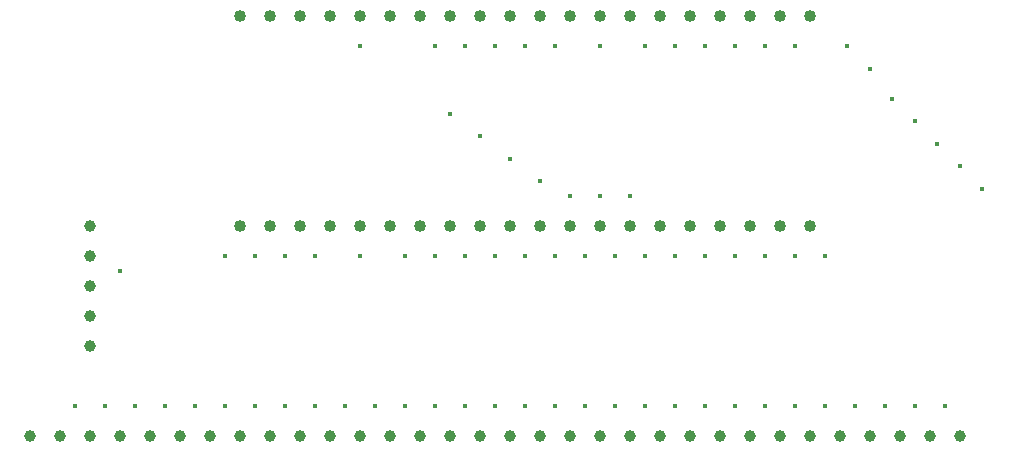
<source format=gbr>
%TF.GenerationSoftware,KiCad,Pcbnew,7.0.5*%
%TF.CreationDate,2023-08-13T15:56:06+02:00*%
%TF.ProjectId,Sorbus-Chipset-PurplePico,536f7262-7573-42d4-9368-69707365742d,rev?*%
%TF.SameCoordinates,Original*%
%TF.FileFunction,Plated,1,2,PTH,Drill*%
%TF.FilePolarity,Positive*%
%FSLAX46Y46*%
G04 Gerber Fmt 4.6, Leading zero omitted, Abs format (unit mm)*
G04 Created by KiCad (PCBNEW 7.0.5) date 2023-08-13 15:56:06*
%MOMM*%
%LPD*%
G01*
G04 APERTURE LIST*
%TA.AperFunction,ViaDrill*%
%ADD10C,0.400000*%
%TD*%
%TA.AperFunction,ComponentDrill*%
%ADD11C,1.000000*%
%TD*%
%TA.AperFunction,ComponentDrill*%
%ADD12C,1.020000*%
%TD*%
G04 APERTURE END LIST*
D10*
X31750000Y-60960000D03*
X34290000Y-60960000D03*
X35560000Y-49530000D03*
X36830000Y-60960000D03*
X39370000Y-60960000D03*
X41910000Y-60960000D03*
X44450000Y-48260000D03*
X44450000Y-60960000D03*
X46990000Y-48260000D03*
X46990000Y-60960000D03*
X49530000Y-48260000D03*
X49530000Y-60960000D03*
X52070000Y-48260000D03*
X52070000Y-60960000D03*
X54610000Y-60960000D03*
X55880000Y-30480000D03*
X55880000Y-48260000D03*
X57150000Y-60960000D03*
X59690000Y-48260000D03*
X59690000Y-60960000D03*
X62230000Y-30480000D03*
X62230000Y-48260000D03*
X62230000Y-60960000D03*
X63500000Y-36195000D03*
X64770000Y-30480000D03*
X64770000Y-48260000D03*
X64770000Y-60960000D03*
X66040000Y-38100000D03*
X67310000Y-30480000D03*
X67310000Y-48260000D03*
X67310000Y-60960000D03*
X68580000Y-40005000D03*
X69850000Y-30480000D03*
X69850000Y-48260000D03*
X69850000Y-60960000D03*
X71120000Y-41910000D03*
X72390000Y-30480000D03*
X72390000Y-48260000D03*
X72390000Y-60960000D03*
X73660000Y-43180000D03*
X74930000Y-48260000D03*
X74930000Y-60960000D03*
X76200000Y-30480000D03*
X76200000Y-43180000D03*
X77470000Y-48260000D03*
X77470000Y-60960000D03*
X78740000Y-43180000D03*
X80010000Y-30480000D03*
X80010000Y-48260000D03*
X80010000Y-60960000D03*
X82550000Y-30480000D03*
X82550000Y-48260000D03*
X82550000Y-60960000D03*
X85090000Y-30480000D03*
X85090000Y-48260000D03*
X85090000Y-60960000D03*
X87630000Y-30480000D03*
X87630000Y-48260000D03*
X87630000Y-60960000D03*
X90170000Y-30480000D03*
X90170000Y-48260000D03*
X90170000Y-60960000D03*
X92710000Y-30480000D03*
X92710000Y-48260000D03*
X92710000Y-60960000D03*
X95250000Y-48260000D03*
X95250000Y-60960000D03*
X97155000Y-30480000D03*
X97790000Y-60960000D03*
X99060000Y-32385000D03*
X100330000Y-60960000D03*
X100965000Y-34925000D03*
X102870000Y-36830000D03*
X102870000Y-60960000D03*
X104775000Y-38735000D03*
X105410000Y-60960000D03*
X106680000Y-40640000D03*
X108585000Y-42545000D03*
D11*
%TO.C,J1*%
X27940000Y-63500000D03*
X30480000Y-63500000D03*
%TO.C,J2*%
X33020000Y-45720000D03*
X33020000Y-48260000D03*
X33020000Y-50800000D03*
X33020000Y-53340000D03*
X33020000Y-55880000D03*
%TO.C,J1*%
X33020000Y-63500000D03*
X35560000Y-63500000D03*
X38100000Y-63500000D03*
X40640000Y-63500000D03*
X43180000Y-63500000D03*
X45720000Y-63500000D03*
X48260000Y-63500000D03*
X50800000Y-63500000D03*
X53340000Y-63500000D03*
X55880000Y-63500000D03*
X58420000Y-63500000D03*
X60960000Y-63500000D03*
X63500000Y-63500000D03*
X66040000Y-63500000D03*
X68580000Y-63500000D03*
X71120000Y-63500000D03*
X73660000Y-63500000D03*
X76200000Y-63500000D03*
X78740000Y-63500000D03*
X81280000Y-63500000D03*
X83820000Y-63500000D03*
X86360000Y-63500000D03*
X88900000Y-63500000D03*
X91440000Y-63500000D03*
X93980000Y-63500000D03*
X96520000Y-63500000D03*
X99060000Y-63500000D03*
X101600000Y-63500000D03*
X104140000Y-63500000D03*
X106680000Y-63500000D03*
D12*
%TO.C,U1*%
X45720000Y-27940000D03*
X45720000Y-45720000D03*
X48260000Y-27940000D03*
X48260000Y-45720000D03*
X50800000Y-27940000D03*
X50800000Y-45720000D03*
X53340000Y-27940000D03*
X53340000Y-45720000D03*
X55880000Y-27940000D03*
X55880000Y-45720000D03*
X58420000Y-27940000D03*
X58420000Y-45720000D03*
X60960000Y-27940000D03*
X60960000Y-45720000D03*
X63500000Y-27940000D03*
X63500000Y-45720000D03*
X66040000Y-27940000D03*
X66040000Y-45720000D03*
X68580000Y-27940000D03*
X68580000Y-45720000D03*
X71120000Y-27940000D03*
X71120000Y-45720000D03*
X73660000Y-27940000D03*
X73660000Y-45720000D03*
X76200000Y-27940000D03*
X76200000Y-45720000D03*
X78740000Y-27940000D03*
X78740000Y-45720000D03*
X81280000Y-27940000D03*
X81280000Y-45720000D03*
X83820000Y-27940000D03*
X83820000Y-45720000D03*
X86360000Y-27940000D03*
X86360000Y-45720000D03*
X88900000Y-27940000D03*
X88900000Y-45720000D03*
X91440000Y-27940000D03*
X91440000Y-45720000D03*
X93980000Y-27940000D03*
X93980000Y-45720000D03*
M02*

</source>
